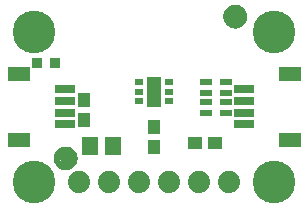
<source format=gbr>
G04 EAGLE Gerber RS-274X export*
G75*
%MOMM*%
%FSLAX34Y34*%
%LPD*%
%INSoldermask Top*%
%IPPOS*%
%AMOC8*
5,1,8,0,0,1.08239X$1,22.5*%
G01*
%ADD10R,1.341600X1.601600*%
%ADD11R,1.101600X1.176600*%
%ADD12R,1.001600X0.551600*%
%ADD13C,3.617600*%
%ADD14R,1.651600X0.701600*%
%ADD15R,1.901600X1.301600*%
%ADD16C,1.101600*%
%ADD17C,0.469900*%
%ADD18R,0.901600X0.901600*%
%ADD19R,1.301600X2.501600*%
%ADD20R,0.701600X0.601600*%
%ADD21C,1.879600*%
%ADD22R,1.176600X1.101600*%


D10*
X73050Y55880D03*
X92050Y55880D03*
D11*
X127000Y72000D03*
X127000Y55000D03*
D12*
X188205Y109520D03*
X171205Y109520D03*
X188205Y100520D03*
X188205Y92520D03*
X188205Y83520D03*
X171205Y83520D03*
X171205Y100520D03*
X171205Y92520D03*
D13*
X25400Y152400D03*
X228600Y152400D03*
D14*
X202825Y83900D03*
X202825Y93900D03*
X202825Y73900D03*
X202825Y103900D03*
D15*
X241825Y60900D03*
X241825Y116900D03*
D14*
X51175Y93900D03*
X51175Y83900D03*
X51175Y103900D03*
X51175Y73900D03*
D15*
X12175Y116900D03*
X12175Y60900D03*
D16*
X52070Y45085D03*
D17*
X52070Y52585D02*
X51889Y52583D01*
X51708Y52576D01*
X51527Y52565D01*
X51346Y52550D01*
X51166Y52530D01*
X50986Y52506D01*
X50807Y52478D01*
X50629Y52445D01*
X50452Y52408D01*
X50275Y52367D01*
X50100Y52322D01*
X49925Y52272D01*
X49752Y52218D01*
X49581Y52160D01*
X49410Y52098D01*
X49242Y52031D01*
X49075Y51961D01*
X48909Y51887D01*
X48746Y51808D01*
X48585Y51726D01*
X48425Y51640D01*
X48268Y51550D01*
X48113Y51456D01*
X47960Y51359D01*
X47810Y51257D01*
X47662Y51153D01*
X47516Y51044D01*
X47374Y50933D01*
X47234Y50817D01*
X47097Y50699D01*
X46962Y50577D01*
X46831Y50452D01*
X46703Y50324D01*
X46578Y50193D01*
X46456Y50058D01*
X46338Y49921D01*
X46222Y49781D01*
X46111Y49639D01*
X46002Y49493D01*
X45898Y49345D01*
X45796Y49195D01*
X45699Y49042D01*
X45605Y48887D01*
X45515Y48730D01*
X45429Y48570D01*
X45347Y48409D01*
X45268Y48246D01*
X45194Y48080D01*
X45124Y47913D01*
X45057Y47745D01*
X44995Y47574D01*
X44937Y47403D01*
X44883Y47230D01*
X44833Y47055D01*
X44788Y46880D01*
X44747Y46703D01*
X44710Y46526D01*
X44677Y46348D01*
X44649Y46169D01*
X44625Y45989D01*
X44605Y45809D01*
X44590Y45628D01*
X44579Y45447D01*
X44572Y45266D01*
X44570Y45085D01*
X52070Y52585D02*
X52251Y52583D01*
X52432Y52576D01*
X52613Y52565D01*
X52794Y52550D01*
X52974Y52530D01*
X53154Y52506D01*
X53333Y52478D01*
X53511Y52445D01*
X53688Y52408D01*
X53865Y52367D01*
X54040Y52322D01*
X54215Y52272D01*
X54388Y52218D01*
X54559Y52160D01*
X54730Y52098D01*
X54898Y52031D01*
X55065Y51961D01*
X55231Y51887D01*
X55394Y51808D01*
X55555Y51726D01*
X55715Y51640D01*
X55872Y51550D01*
X56027Y51456D01*
X56180Y51359D01*
X56330Y51257D01*
X56478Y51153D01*
X56624Y51044D01*
X56766Y50933D01*
X56906Y50817D01*
X57043Y50699D01*
X57178Y50577D01*
X57309Y50452D01*
X57437Y50324D01*
X57562Y50193D01*
X57684Y50058D01*
X57802Y49921D01*
X57918Y49781D01*
X58029Y49639D01*
X58138Y49493D01*
X58242Y49345D01*
X58344Y49195D01*
X58441Y49042D01*
X58535Y48887D01*
X58625Y48730D01*
X58711Y48570D01*
X58793Y48409D01*
X58872Y48246D01*
X58946Y48080D01*
X59016Y47913D01*
X59083Y47745D01*
X59145Y47574D01*
X59203Y47403D01*
X59257Y47230D01*
X59307Y47055D01*
X59352Y46880D01*
X59393Y46703D01*
X59430Y46526D01*
X59463Y46348D01*
X59491Y46169D01*
X59515Y45989D01*
X59535Y45809D01*
X59550Y45628D01*
X59561Y45447D01*
X59568Y45266D01*
X59570Y45085D01*
X59568Y44904D01*
X59561Y44723D01*
X59550Y44542D01*
X59535Y44361D01*
X59515Y44181D01*
X59491Y44001D01*
X59463Y43822D01*
X59430Y43644D01*
X59393Y43467D01*
X59352Y43290D01*
X59307Y43115D01*
X59257Y42940D01*
X59203Y42767D01*
X59145Y42596D01*
X59083Y42425D01*
X59016Y42257D01*
X58946Y42090D01*
X58872Y41924D01*
X58793Y41761D01*
X58711Y41600D01*
X58625Y41440D01*
X58535Y41283D01*
X58441Y41128D01*
X58344Y40975D01*
X58242Y40825D01*
X58138Y40677D01*
X58029Y40531D01*
X57918Y40389D01*
X57802Y40249D01*
X57684Y40112D01*
X57562Y39977D01*
X57437Y39846D01*
X57309Y39718D01*
X57178Y39593D01*
X57043Y39471D01*
X56906Y39353D01*
X56766Y39237D01*
X56624Y39126D01*
X56478Y39017D01*
X56330Y38913D01*
X56180Y38811D01*
X56027Y38714D01*
X55872Y38620D01*
X55715Y38530D01*
X55555Y38444D01*
X55394Y38362D01*
X55231Y38283D01*
X55065Y38209D01*
X54898Y38139D01*
X54730Y38072D01*
X54559Y38010D01*
X54388Y37952D01*
X54215Y37898D01*
X54040Y37848D01*
X53865Y37803D01*
X53688Y37762D01*
X53511Y37725D01*
X53333Y37692D01*
X53154Y37664D01*
X52974Y37640D01*
X52794Y37620D01*
X52613Y37605D01*
X52432Y37594D01*
X52251Y37587D01*
X52070Y37585D01*
X51889Y37587D01*
X51708Y37594D01*
X51527Y37605D01*
X51346Y37620D01*
X51166Y37640D01*
X50986Y37664D01*
X50807Y37692D01*
X50629Y37725D01*
X50452Y37762D01*
X50275Y37803D01*
X50100Y37848D01*
X49925Y37898D01*
X49752Y37952D01*
X49581Y38010D01*
X49410Y38072D01*
X49242Y38139D01*
X49075Y38209D01*
X48909Y38283D01*
X48746Y38362D01*
X48585Y38444D01*
X48425Y38530D01*
X48268Y38620D01*
X48113Y38714D01*
X47960Y38811D01*
X47810Y38913D01*
X47662Y39017D01*
X47516Y39126D01*
X47374Y39237D01*
X47234Y39353D01*
X47097Y39471D01*
X46962Y39593D01*
X46831Y39718D01*
X46703Y39846D01*
X46578Y39977D01*
X46456Y40112D01*
X46338Y40249D01*
X46222Y40389D01*
X46111Y40531D01*
X46002Y40677D01*
X45898Y40825D01*
X45796Y40975D01*
X45699Y41128D01*
X45605Y41283D01*
X45515Y41440D01*
X45429Y41600D01*
X45347Y41761D01*
X45268Y41924D01*
X45194Y42090D01*
X45124Y42257D01*
X45057Y42425D01*
X44995Y42596D01*
X44937Y42767D01*
X44883Y42940D01*
X44833Y43115D01*
X44788Y43290D01*
X44747Y43467D01*
X44710Y43644D01*
X44677Y43822D01*
X44649Y44001D01*
X44625Y44181D01*
X44605Y44361D01*
X44590Y44542D01*
X44579Y44723D01*
X44572Y44904D01*
X44570Y45085D01*
D16*
X195580Y165100D03*
D17*
X195580Y172600D02*
X195399Y172598D01*
X195218Y172591D01*
X195037Y172580D01*
X194856Y172565D01*
X194676Y172545D01*
X194496Y172521D01*
X194317Y172493D01*
X194139Y172460D01*
X193962Y172423D01*
X193785Y172382D01*
X193610Y172337D01*
X193435Y172287D01*
X193262Y172233D01*
X193091Y172175D01*
X192920Y172113D01*
X192752Y172046D01*
X192585Y171976D01*
X192419Y171902D01*
X192256Y171823D01*
X192095Y171741D01*
X191935Y171655D01*
X191778Y171565D01*
X191623Y171471D01*
X191470Y171374D01*
X191320Y171272D01*
X191172Y171168D01*
X191026Y171059D01*
X190884Y170948D01*
X190744Y170832D01*
X190607Y170714D01*
X190472Y170592D01*
X190341Y170467D01*
X190213Y170339D01*
X190088Y170208D01*
X189966Y170073D01*
X189848Y169936D01*
X189732Y169796D01*
X189621Y169654D01*
X189512Y169508D01*
X189408Y169360D01*
X189306Y169210D01*
X189209Y169057D01*
X189115Y168902D01*
X189025Y168745D01*
X188939Y168585D01*
X188857Y168424D01*
X188778Y168261D01*
X188704Y168095D01*
X188634Y167928D01*
X188567Y167760D01*
X188505Y167589D01*
X188447Y167418D01*
X188393Y167245D01*
X188343Y167070D01*
X188298Y166895D01*
X188257Y166718D01*
X188220Y166541D01*
X188187Y166363D01*
X188159Y166184D01*
X188135Y166004D01*
X188115Y165824D01*
X188100Y165643D01*
X188089Y165462D01*
X188082Y165281D01*
X188080Y165100D01*
X195580Y172600D02*
X195761Y172598D01*
X195942Y172591D01*
X196123Y172580D01*
X196304Y172565D01*
X196484Y172545D01*
X196664Y172521D01*
X196843Y172493D01*
X197021Y172460D01*
X197198Y172423D01*
X197375Y172382D01*
X197550Y172337D01*
X197725Y172287D01*
X197898Y172233D01*
X198069Y172175D01*
X198240Y172113D01*
X198408Y172046D01*
X198575Y171976D01*
X198741Y171902D01*
X198904Y171823D01*
X199065Y171741D01*
X199225Y171655D01*
X199382Y171565D01*
X199537Y171471D01*
X199690Y171374D01*
X199840Y171272D01*
X199988Y171168D01*
X200134Y171059D01*
X200276Y170948D01*
X200416Y170832D01*
X200553Y170714D01*
X200688Y170592D01*
X200819Y170467D01*
X200947Y170339D01*
X201072Y170208D01*
X201194Y170073D01*
X201312Y169936D01*
X201428Y169796D01*
X201539Y169654D01*
X201648Y169508D01*
X201752Y169360D01*
X201854Y169210D01*
X201951Y169057D01*
X202045Y168902D01*
X202135Y168745D01*
X202221Y168585D01*
X202303Y168424D01*
X202382Y168261D01*
X202456Y168095D01*
X202526Y167928D01*
X202593Y167760D01*
X202655Y167589D01*
X202713Y167418D01*
X202767Y167245D01*
X202817Y167070D01*
X202862Y166895D01*
X202903Y166718D01*
X202940Y166541D01*
X202973Y166363D01*
X203001Y166184D01*
X203025Y166004D01*
X203045Y165824D01*
X203060Y165643D01*
X203071Y165462D01*
X203078Y165281D01*
X203080Y165100D01*
X203078Y164919D01*
X203071Y164738D01*
X203060Y164557D01*
X203045Y164376D01*
X203025Y164196D01*
X203001Y164016D01*
X202973Y163837D01*
X202940Y163659D01*
X202903Y163482D01*
X202862Y163305D01*
X202817Y163130D01*
X202767Y162955D01*
X202713Y162782D01*
X202655Y162611D01*
X202593Y162440D01*
X202526Y162272D01*
X202456Y162105D01*
X202382Y161939D01*
X202303Y161776D01*
X202221Y161615D01*
X202135Y161455D01*
X202045Y161298D01*
X201951Y161143D01*
X201854Y160990D01*
X201752Y160840D01*
X201648Y160692D01*
X201539Y160546D01*
X201428Y160404D01*
X201312Y160264D01*
X201194Y160127D01*
X201072Y159992D01*
X200947Y159861D01*
X200819Y159733D01*
X200688Y159608D01*
X200553Y159486D01*
X200416Y159368D01*
X200276Y159252D01*
X200134Y159141D01*
X199988Y159032D01*
X199840Y158928D01*
X199690Y158826D01*
X199537Y158729D01*
X199382Y158635D01*
X199225Y158545D01*
X199065Y158459D01*
X198904Y158377D01*
X198741Y158298D01*
X198575Y158224D01*
X198408Y158154D01*
X198240Y158087D01*
X198069Y158025D01*
X197898Y157967D01*
X197725Y157913D01*
X197550Y157863D01*
X197375Y157818D01*
X197198Y157777D01*
X197021Y157740D01*
X196843Y157707D01*
X196664Y157679D01*
X196484Y157655D01*
X196304Y157635D01*
X196123Y157620D01*
X195942Y157609D01*
X195761Y157602D01*
X195580Y157600D01*
X195399Y157602D01*
X195218Y157609D01*
X195037Y157620D01*
X194856Y157635D01*
X194676Y157655D01*
X194496Y157679D01*
X194317Y157707D01*
X194139Y157740D01*
X193962Y157777D01*
X193785Y157818D01*
X193610Y157863D01*
X193435Y157913D01*
X193262Y157967D01*
X193091Y158025D01*
X192920Y158087D01*
X192752Y158154D01*
X192585Y158224D01*
X192419Y158298D01*
X192256Y158377D01*
X192095Y158459D01*
X191935Y158545D01*
X191778Y158635D01*
X191623Y158729D01*
X191470Y158826D01*
X191320Y158928D01*
X191172Y159032D01*
X191026Y159141D01*
X190884Y159252D01*
X190744Y159368D01*
X190607Y159486D01*
X190472Y159608D01*
X190341Y159733D01*
X190213Y159861D01*
X190088Y159992D01*
X189966Y160127D01*
X189848Y160264D01*
X189732Y160404D01*
X189621Y160546D01*
X189512Y160692D01*
X189408Y160840D01*
X189306Y160990D01*
X189209Y161143D01*
X189115Y161298D01*
X189025Y161455D01*
X188939Y161615D01*
X188857Y161776D01*
X188778Y161939D01*
X188704Y162105D01*
X188634Y162272D01*
X188567Y162440D01*
X188505Y162611D01*
X188447Y162782D01*
X188393Y162955D01*
X188343Y163130D01*
X188298Y163305D01*
X188257Y163482D01*
X188220Y163659D01*
X188187Y163837D01*
X188159Y164016D01*
X188135Y164196D01*
X188115Y164376D01*
X188100Y164557D01*
X188089Y164738D01*
X188082Y164919D01*
X188080Y165100D01*
D13*
X25400Y25400D03*
X228600Y25400D03*
D18*
X28060Y125730D03*
X43060Y125730D03*
D11*
X67310Y94860D03*
X67310Y77860D03*
D19*
X127000Y101600D03*
D20*
X139500Y109600D03*
X139500Y101600D03*
X139500Y93600D03*
X114500Y93600D03*
X114500Y101600D03*
X114500Y109600D03*
D21*
X63500Y25400D03*
X88900Y25400D03*
X114300Y25400D03*
X139700Y25400D03*
X165100Y25400D03*
X190500Y25400D03*
D22*
X161680Y57785D03*
X178680Y57785D03*
M02*

</source>
